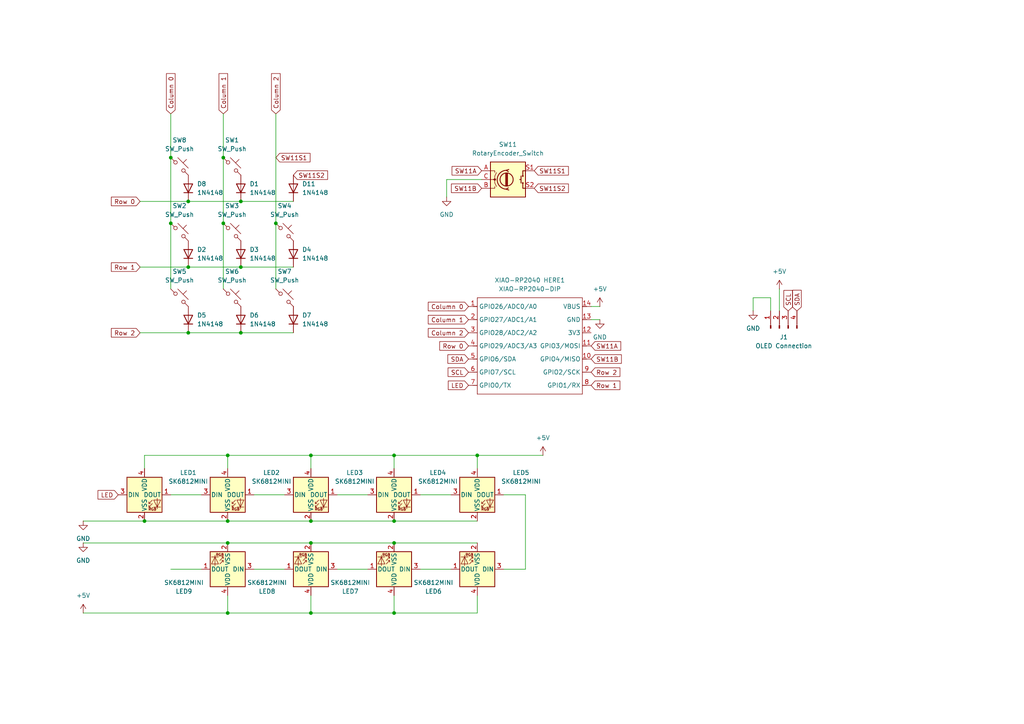
<source format=kicad_sch>
(kicad_sch (version 20250114) (generator "eeschema") (generator_version "9.0")
  (paper "A4")
  (lib_symbols
    (symbol "Connector:Conn_01x04_Pin" (pin_names (offset 1.016) (hide yes))
      (property "Reference" "J" (at 0 5.08 0))
      (property "Value" "Conn_01x04_Pin" (at 0 -7.62 0))
      (symbol "Conn_01x04_Pin_1_1"
        (rectangle (start 0.8636 2.667) (end 0 2.413) (stroke (width 0.1524)) (fill (type outline)))
        (rectangle (start 0.8636 0.127) (end 0 -0.127) (stroke (width 0.1524)) (fill (type outline)))
        (rectangle (start 0.8636 -2.413) (end 0 -2.667) (stroke (width 0.1524)) (fill (type outline)))
        (rectangle (start 0.8636 -4.953) (end 0 -5.207) (stroke (width 0.1524)) (fill (type outline)))
        (polyline (pts (xy 1.27 2.54) (xy 0.8636 2.54)) (stroke (width 0.1524)))
        (polyline (pts (xy 1.27 0) (xy 0.8636 0)) (stroke (width 0.1524)))
        (polyline (pts (xy 1.27 -2.54) (xy 0.8636 -2.54)) (stroke (width 0.1524)))
        (polyline (pts (xy 1.27 -5.08) (xy 0.8636 -5.08)) (stroke (width 0.1524)))
        (pin passive line (at 5.08 2.54 180) (length 3.81) (name "Pin_1") (number "1"))
        (pin passive line (at 5.08 0 180) (length 3.81) (name "Pin_2") (number "2"))
        (pin passive line (at 5.08 -2.54 180) (length 3.81) (name "Pin_3") (number "3"))
        (pin passive line (at 5.08 -5.08 180) (length 3.81) (name "Pin_4") (number "4"))
      )
    )
    (symbol "Device:RotaryEncoder_Switch" (pin_names (offset 0.254) (hide yes))
      (property "Reference" "SW" (at 0 6.604 0))
      (property "Value" "RotaryEncoder_Switch" (at 0 -6.604 0))
      (symbol "RotaryEncoder_Switch_0_1"
        (rectangle (start -5.08 5.08) (end 5.08 -5.08) (stroke (width 0.254)) (fill (type background)))
        (polyline (pts (xy -5.08 2.54) (xy -3.81 2.54) (xy -3.81 2.032)))
        (polyline (pts (xy -5.08 0) (xy -3.81 0) (xy -3.81 -1.016) (xy -3.302 -2.032)))
        (polyline (pts (xy -5.08 -2.54) (xy -3.81 -2.54) (xy -3.81 -2.032)))
        (polyline (pts (xy -4.318 0) (xy -3.81 0) (xy -3.81 1.016) (xy -3.302 2.032)))
        (circle (center -3.81 0) (radius 0.254) (fill (type outline)))
        (polyline (pts (xy -0.635 -1.778) (xy -0.635 1.778)) (stroke (width 0.254)))
        (circle (center -0.381 0) (radius 1.905) (stroke (width 0.254)))
        (polyline (pts (xy -0.381 -1.778) (xy -0.381 1.778)) (stroke (width 0.254)))
        (arc (start -0.381 -2.794) (mid -3.0988 -0.0635) (end -0.381 2.667) (stroke (width 0.254)))
        (polyline (pts (xy -0.127 1.778) (xy -0.127 -1.778)) (stroke (width 0.254)))
        (polyline (pts (xy 0.254 2.921) (xy -0.508 2.667) (xy 0.127 2.286)) (stroke (width 0.254)))
        (polyline (pts (xy 0.254 -3.048) (xy -0.508 -2.794) (xy 0.127 -2.413)) (stroke (width 0.254)))
        (polyline (pts (xy 3.81 1.016) (xy 3.81 -1.016)) (stroke (width 0.254)))
        (polyline (pts (xy 3.81 0) (xy 3.429 0)) (stroke (width 0.254)))
        (circle (center 4.318 1.016) (radius 0.127) (stroke (width 0.254)))
        (circle (center 4.318 -1.016) (radius 0.127) (stroke (width 0.254)))
        (polyline (pts (xy 5.08 2.54) (xy 4.318 2.54) (xy 4.318 1.016)) (stroke (width 0.254)))
        (polyline (pts (xy 5.08 -2.54) (xy 4.318 -2.54) (xy 4.318 -1.016)) (stroke (width 0.254)))
      )
      (symbol "RotaryEncoder_Switch_1_1"
        (pin passive line (at -7.62 2.54 0) (length 2.54) (name "A") (number "A"))
        (pin passive line (at -7.62 0 0) (length 2.54) (name "C") (number "C"))
        (pin passive line (at -7.62 -2.54 0) (length 2.54) (name "B") (number "B"))
        (pin passive line (at 7.62 2.54 180) (length 2.54) (name "S1") (number "S1"))
        (pin passive line (at 7.62 -2.54 180) (length 2.54) (name "S2") (number "S2"))
      )
    )
    (symbol "Diode:1N4148" (pin_numbers (hide yes)) (pin_names (hide yes))
      (property "Reference" "D" (at 0 2.54 0))
      (property "Value" "1N4148" (at 0 -2.54 0))
      (symbol "1N4148_0_1"
        (polyline (pts (xy -1.27 1.27) (xy -1.27 -1.27)) (stroke (width 0.254)))
        (polyline (pts (xy 1.27 1.27) (xy 1.27 -1.27) (xy -1.27 0) (xy 1.27 1.27)) (stroke (width 0.254)))
        (polyline (pts (xy 1.27 0) (xy -1.27 0)))
      )
      (symbol "1N4148_1_1"
        (pin passive line (at -3.81 0 0) (length 2.54) (name "K") (number "1"))
        (pin passive line (at 3.81 0 180) (length 2.54) (name "A") (number "2"))
      )
    )
    (symbol "LED:SK6812MINI" (pin_names (offset 0.254))
      (property "Reference" "D" (at 5.08 5.715 0))
      (property "Value" "SK6812MINI" (at 1.27 -5.715 0))
      (symbol "SK6812MINI_0_0"
        (text "RGB" (at 2.286 -4.191 0) (effects (font (size 0.762 0.762))))
      )
      (symbol "SK6812MINI_0_1"
        (polyline (pts (xy 1.27 -2.54) (xy 1.778 -2.54)))
        (polyline (pts (xy 1.27 -3.556) (xy 1.778 -3.556)))
        (polyline (pts (xy 2.286 -1.524) (xy 1.27 -2.54) (xy 1.27 -2.032)))
        (polyline (pts (xy 2.286 -2.54) (xy 1.27 -3.556) (xy 1.27 -3.048)))
        (polyline (pts (xy 3.683 -1.016) (xy 3.683 -3.556) (xy 3.683 -4.064)))
        (polyline (pts (xy 4.699 -1.524) (xy 2.667 -1.524) (xy 3.683 -3.556) (xy 4.699 -1.524)))
        (polyline (pts (xy 4.699 -3.556) (xy 2.667 -3.556)))
        (rectangle (start 5.08 5.08) (end -5.08 -5.08) (stroke (width 0.254)) (fill (type background)))
      )
      (symbol "SK6812MINI_1_1"
        (pin input line (at -7.62 0 0) (length 2.54) (name "DIN") (number "3"))
        (pin power_in line (at 0 7.62 270) (length 2.54) (name "VDD") (number "4"))
        (pin power_in line (at 0 -7.62 90) (length 2.54) (name "VSS") (number "2"))
        (pin output line (at 7.62 0 180) (length 2.54) (name "DOUT") (number "1"))
      )
    )
    (symbol "OPL:XIAO-RP2040-DIP"
      (property "Reference" "U" (at 0 0 0))
      (property "Value" "XIAO-RP2040-DIP" (at 5.334 -1.778 0))
      (symbol "XIAO-RP2040-DIP_1_0"
        (polyline (pts (xy -1.27 -2.54) (xy 29.21 -2.54)) (stroke (width 0.1524)))
        (polyline (pts (xy -1.27 -5.08) (xy -2.54 -5.08)) (stroke (width 0.1524)))
        (polyline (pts (xy -1.27 -5.08) (xy -1.27 -2.54)) (stroke (width 0.1524)))
        (polyline (pts (xy -1.27 -8.89) (xy -2.54 -8.89)) (stroke (width 0.1524)))
        (polyline (pts (xy -1.27 -8.89) (xy -1.27 -5.08)) (stroke (width 0.1524)))
        (polyline (pts (xy -1.27 -12.7) (xy -2.54 -12.7)) (stroke (width 0.1524)))
        (polyline (pts (xy -1.27 -12.7) (xy -1.27 -8.89)) (stroke (width 0.1524)))
        (polyline (pts (xy -1.27 -16.51) (xy -2.54 -16.51)) (stroke (width 0.1524)))
        (polyline (pts (xy -1.27 -16.51) (xy -1.27 -12.7)) (stroke (width 0.1524)))
        (polyline (pts (xy -1.27 -20.32) (xy -2.54 -20.32)) (stroke (width 0.1524)))
        (polyline (pts (xy -1.27 -24.13) (xy -2.54 -24.13)) (stroke (width 0.1524)))
        (polyline (pts (xy -1.27 -27.94) (xy -2.54 -27.94)) (stroke (width 0.1524)))
        (polyline (pts (xy -1.27 -30.48) (xy -1.27 -16.51)) (stroke (width 0.1524)))
        (polyline (pts (xy 29.21 -2.54) (xy 29.21 -5.08)) (stroke (width 0.1524)))
        (polyline (pts (xy 29.21 -5.08) (xy 29.21 -8.89)) (stroke (width 0.1524)))
        (polyline (pts (xy 29.21 -8.89) (xy 29.21 -12.7)) (stroke (width 0.1524)))
        (polyline (pts (xy 29.21 -12.7) (xy 29.21 -30.48)) (stroke (width 0.1524)))
        (polyline (pts (xy 29.21 -30.48) (xy -1.27 -30.48)) (stroke (width 0.1524)))
        (polyline (pts (xy 30.48 -5.08) (xy 29.21 -5.08)) (stroke (width 0.1524)))
        (polyline (pts (xy 30.48 -8.89) (xy 29.21 -8.89)) (stroke (width 0.1524)))
        (polyline (pts (xy 30.48 -12.7) (xy 29.21 -12.7)) (stroke (width 0.1524)))
        (polyline (pts (xy 30.48 -16.51) (xy 29.21 -16.51)) (stroke (width 0.1524)))
        (polyline (pts (xy 30.48 -20.32) (xy 29.21 -20.32)) (stroke (width 0.1524)))
        (polyline (pts (xy 30.48 -24.13) (xy 29.21 -24.13)) (stroke (width 0.1524)))
        (polyline (pts (xy 30.48 -27.94) (xy 29.21 -27.94)) (stroke (width 0.1524)))
        (pin passive line (at -3.81 -5.08 0) (length 2.54) (name "GPIO26/ADC0/A0") (number "1"))
        (pin passive line (at -3.81 -8.89 0) (length 2.54) (name "GPIO27/ADC1/A1") (number "2"))
        (pin passive line (at -3.81 -12.7 0) (length 2.54) (name "GPIO28/ADC2/A2") (number "3"))
        (pin passive line (at -3.81 -16.51 0) (length 2.54) (name "GPIO29/ADC3/A3") (number "4"))
        (pin passive line (at -3.81 -20.32 0) (length 2.54) (name "GPIO6/SDA") (number "5"))
        (pin passive line (at -3.81 -24.13 0) (length 2.54) (name "GPIO7/SCL") (number "6"))
        (pin passive line (at -3.81 -27.94 0) (length 2.54) (name "GPIO0/TX") (number "7"))
        (pin passive line (at 31.75 -5.08 180) (length 2.54) (name "VBUS") (number "14"))
        (pin passive line (at 31.75 -8.89 180) (length 2.54) (name "GND") (number "13"))
        (pin passive line (at 31.75 -12.7 180) (length 2.54) (name "3V3") (number "12"))
        (pin passive line (at 31.75 -16.51 180) (length 2.54) (name "GPIO3/MOSI") (number "11"))
        (pin passive line (at 31.75 -20.32 180) (length 2.54) (name "GPIO4/MISO") (number "10"))
        (pin passive line (at 31.75 -24.13 180) (length 2.54) (name "GPIO2/SCK") (number "9"))
        (pin passive line (at 31.75 -27.94 180) (length 2.54) (name "GPIO1/RX") (number "8"))
      )
    )
    (symbol "Switch:SW_Push_45deg" (pin_numbers (hide yes)) (pin_names (offset 1.016) (hide yes))
      (property "Reference" "SW" (at 3.048 1.016 0))
      (property "Value" "SW_Push_45deg" (at 0 -3.81 0))
      (symbol "SW_Push_45deg_0_1"
        (polyline (pts (xy -2.54 2.54) (xy -1.524 1.524) (xy -1.524 1.524)))
        (circle (center -1.1684 1.1684) (radius 0.508))
        (polyline (pts (xy -0.508 2.54) (xy 2.54 -0.508)))
        (polyline (pts (xy 1.016 1.016) (xy 2.032 2.032)))
        (circle (center 1.143 -1.1938) (radius 0.508))
        (polyline (pts (xy 1.524 -1.524) (xy 2.54 -2.54) (xy 2.54 -2.54) (xy 2.54 -2.54)))
        (pin passive line (at -2.54 2.54 0) (length 0) (name "1") (number "1"))
        (pin passive line (at 2.54 -2.54 180) (length 0) (name "2") (number "2"))
      )
    )
    (symbol "power:+5V" (power) (pin_numbers (hide yes)) (pin_names (offset 0) (hide yes))
      (property "Value" "+5V" (at 0 3.556 0))
      (symbol "+5V_0_1"
        (polyline (pts (xy -0.762 1.27) (xy 0 2.54)))
        (polyline (pts (xy 0 2.54) (xy 0.762 1.27)))
        (polyline (pts (xy 0 0) (xy 0 2.54)))
      )
      (symbol "+5V_1_1"
        (pin power_in line (at 0 0 90) (length 0) (name "~") (number "1"))
      )
    )
    (symbol "power:GND" (power) (pin_numbers (hide yes)) (pin_names (offset 0) (hide yes))
      (property "Value" "GND" (at 0 -3.81 0))
      (symbol "GND_0_1"
        (polyline (pts (xy 0 0) (xy 0 -1.27) (xy 1.27 -1.27) (xy 0 -2.54) (xy -1.27 -1.27) (xy 0 -1.27)))
      )
      (symbol "GND_1_1"
        (pin power_in line (at 0 0 270) (length 0) (name "~") (number "1"))
      )
    )
  )
  (junction (at 90.17 151.13))
  (junction (at 54.61 77.47))
  (junction (at 114.3 132.08))
  (junction (at 49.53 45.72))
  (junction (at 114.3 151.13))
  (junction (at 66.04 132.08))
  (junction (at 69.85 96.52))
  (junction (at 69.85 58.42))
  (junction (at 66.04 157.48))
  (junction (at 69.85 77.47))
  (junction (at 41.91 151.13))
  (junction (at 54.61 96.52))
  (junction (at 90.17 132.08))
  (junction (at 114.3 157.48))
  (junction (at 90.17 157.48))
  (junction (at 66.04 177.8))
  (junction (at 90.17 177.8))
  (junction (at 114.3 177.8))
  (junction (at 64.77 64.77))
  (junction (at 49.53 64.77))
  (junction (at 80.01 64.77))
  (junction (at 66.04 151.13))
  (junction (at 64.77 45.72))
  (junction (at 54.61 58.42))
  (junction (at 138.43 132.08))
  (wire (pts (xy 54.61 58.42) (xy 69.85 58.42)))
  (wire (pts (xy 90.17 132.08) (xy 90.17 135.89)))
  (wire (pts (xy 69.85 96.52) (xy 85.09 96.52)))
  (wire (pts (xy 49.53 33.02) (xy 49.53 45.72)))
  (wire (pts (xy 90.17 172.72) (xy 90.17 177.8)))
  (wire (pts (xy 146.05 143.51) (xy 152.4 143.51)))
  (wire (pts (xy 24.13 151.13) (xy 41.91 151.13)))
  (wire (pts (xy 138.43 177.8) (xy 138.43 172.72)))
  (wire (pts (xy 226.06 83.82) (xy 226.06 90.17)))
  (wire (pts (xy 41.91 151.13) (xy 66.04 151.13)))
  (wire (pts (xy 114.3 132.08) (xy 138.43 132.08)))
  (wire (pts (xy 173.99 88.9) (xy 171.45 88.9)))
  (wire (pts (xy 223.52 86.36) (xy 223.52 90.17)))
  (wire (pts (xy 114.3 151.13) (xy 138.43 151.13)))
  (wire (pts (xy 24.13 177.8) (xy 66.04 177.8)))
  (wire (pts (xy 49.53 45.72) (xy 49.53 64.77)))
  (wire (pts (xy 40.64 58.42) (xy 54.61 58.42)))
  (wire (pts (xy 138.43 132.08) (xy 157.48 132.08)))
  (wire (pts (xy 114.3 157.48) (xy 138.43 157.48)))
  (wire (pts (xy 97.79 143.51) (xy 106.68 143.51)))
  (wire (pts (xy 69.85 58.42) (xy 85.09 58.42)))
  (wire (pts (xy 97.79 165.1) (xy 106.68 165.1)))
  (wire (pts (xy 40.64 96.52) (xy 54.61 96.52)))
  (wire (pts (xy 114.3 132.08) (xy 114.3 135.89)))
  (wire (pts (xy 64.77 33.02) (xy 64.77 45.72)))
  (wire (pts (xy 49.53 64.77) (xy 49.53 83.82)))
  (wire (pts (xy 54.61 77.47) (xy 69.85 77.47)))
  (wire (pts (xy 54.61 96.52) (xy 69.85 96.52)))
  (wire (pts (xy 64.77 64.77) (xy 64.77 83.82)))
  (wire (pts (xy 218.44 90.17) (xy 218.44 86.36)))
  (wire (pts (xy 171.45 92.71) (xy 173.99 92.71)))
  (wire (pts (xy 41.91 132.08) (xy 41.91 135.89)))
  (wire (pts (xy 90.17 151.13) (xy 114.3 151.13)))
  (wire (pts (xy 49.53 143.51) (xy 58.42 143.51)))
  (wire (pts (xy 49.53 165.1) (xy 58.42 165.1)))
  (wire (pts (xy 139.7 52.07) (xy 129.54 52.07)))
  (wire (pts (xy 69.85 77.47) (xy 85.09 77.47)))
  (wire (pts (xy 114.3 172.72) (xy 114.3 177.8)))
  (wire (pts (xy 24.13 157.48) (xy 66.04 157.48)))
  (wire (pts (xy 121.92 143.51) (xy 130.81 143.51)))
  (wire (pts (xy 80.01 33.02) (xy 80.01 64.77)))
  (wire (pts (xy 66.04 132.08) (xy 66.04 135.89)))
  (wire (pts (xy 218.44 86.36) (xy 223.52 86.36)))
  (wire (pts (xy 73.66 143.51) (xy 82.55 143.51)))
  (wire (pts (xy 138.43 132.08) (xy 138.43 135.89)))
  (wire (pts (xy 41.91 132.08) (xy 66.04 132.08)))
  (wire (pts (xy 66.04 177.8) (xy 90.17 177.8)))
  (wire (pts (xy 114.3 177.8) (xy 138.43 177.8)))
  (wire (pts (xy 66.04 157.48) (xy 90.17 157.48)))
  (wire (pts (xy 64.77 45.72) (xy 64.77 64.77)))
  (wire (pts (xy 90.17 157.48) (xy 114.3 157.48)))
  (wire (pts (xy 129.54 52.07) (xy 129.54 57.15)))
  (wire (pts (xy 121.92 165.1) (xy 130.81 165.1)))
  (wire (pts (xy 80.01 64.77) (xy 80.01 83.82)))
  (wire (pts (xy 90.17 132.08) (xy 114.3 132.08)))
  (wire (pts (xy 90.17 177.8) (xy 114.3 177.8)))
  (wire (pts (xy 40.64 77.47) (xy 54.61 77.47)))
  (wire (pts (xy 66.04 151.13) (xy 90.17 151.13)))
  (wire (pts (xy 73.66 165.1) (xy 82.55 165.1)))
  (wire (pts (xy 152.4 165.1) (xy 146.05 165.1)))
  (wire (pts (xy 66.04 172.72) (xy 66.04 177.8)))
  (wire (pts (xy 152.4 143.51) (xy 152.4 165.1)))
  (wire (pts (xy 66.04 132.08) (xy 90.17 132.08)))
  (global_label "Column 1" (shape input) (at 64.77 33.02 90) (property "Intersheetrefs" "${INTERSHEET_REFS}" (effects (hide yes))))
  (global_label "Column 0" (shape input) (at 135.89 88.9 180) (property "Intersheetrefs" "${INTERSHEET_REFS}" (effects (hide yes))))
  (global_label "SW11A" (shape input) (at 171.45 100.33 0) (property "Intersheetrefs" "${INTERSHEET_REFS}" (effects (hide yes))))
  (global_label "Column 2" (shape input) (at 135.89 96.52 180) (property "Intersheetrefs" "${INTERSHEET_REFS}" (effects (hide yes))))
  (global_label "SCL" (shape input) (at 228.6 90.17 90) (property "Intersheetrefs" "${INTERSHEET_REFS}" (effects (hide yes))))
  (global_label "SW11A" (shape input) (at 139.7 49.53 180) (property "Intersheetrefs" "${INTERSHEET_REFS}" (effects (hide yes))))
  (global_label "Row 0" (shape input) (at 40.64 58.42 180) (property "Intersheetrefs" "${INTERSHEET_REFS}" (effects (hide yes))))
  (global_label "SW11B" (shape input) (at 171.45 104.14 0) (property "Intersheetrefs" "${INTERSHEET_REFS}" (effects (hide yes))))
  (global_label "SW11S1" (shape input) (at 154.94 49.53 0) (property "Intersheetrefs" "${INTERSHEET_REFS}" (effects (hide yes))))
  (global_label "SW11S2" (shape input) (at 85.09 50.8 0) (property "Intersheetrefs" "${INTERSHEET_REFS}" (effects (hide yes))))
  (global_label "Row 1" (shape input) (at 40.64 77.47 180) (property "Intersheetrefs" "${INTERSHEET_REFS}" (effects (hide yes))))
  (global_label "LED" (shape input) (at 34.29 143.51 180) (property "Intersheetrefs" "${INTERSHEET_REFS}" (effects (hide yes))))
  (global_label "SCL" (shape input) (at 135.89 107.95 180) (property "Intersheetrefs" "${INTERSHEET_REFS}" (effects (hide yes))))
  (global_label "SW11S2" (shape input) (at 154.94 54.61 0) (property "Intersheetrefs" "${INTERSHEET_REFS}" (effects (hide yes))))
  (global_label "SDA" (shape input) (at 231.14 90.17 90) (property "Intersheetrefs" "${INTERSHEET_REFS}" (effects (hide yes))))
  (global_label "SW11B" (shape input) (at 139.7 54.61 180) (property "Intersheetrefs" "${INTERSHEET_REFS}" (effects (hide yes))))
  (global_label "LED" (shape input) (at 135.89 111.76 180) (property "Intersheetrefs" "${INTERSHEET_REFS}" (effects (hide yes))))
  (global_label "Column 0" (shape input) (at 49.53 33.02 90) (property "Intersheetrefs" "${INTERSHEET_REFS}" (effects (hide yes))))
  (global_label "Column 1" (shape input) (at 135.89 92.71 180) (property "Intersheetrefs" "${INTERSHEET_REFS}" (effects (hide yes))))
  (global_label "SW11S1" (shape input) (at 80.01 45.72 0) (property "Intersheetrefs" "${INTERSHEET_REFS}" (effects (hide yes))))
  (global_label "Row 2" (shape input) (at 40.64 96.52 180) (property "Intersheetrefs" "${INTERSHEET_REFS}" (effects (hide yes))))
  (global_label "Column 2" (shape input) (at 80.01 33.02 90) (property "Intersheetrefs" "${INTERSHEET_REFS}" (effects (hide yes))))
  (global_label "Row 2" (shape input) (at 171.45 107.95 0) (property "Intersheetrefs" "${INTERSHEET_REFS}" (effects (hide yes))))
  (global_label "Row 0" (shape input) (at 135.89 100.33 180) (property "Intersheetrefs" "${INTERSHEET_REFS}" (effects (hide yes))))
  (global_label "SDA" (shape input) (at 135.89 104.14 180) (property "Intersheetrefs" "${INTERSHEET_REFS}" (effects (hide yes))))
  (global_label "Row 1" (shape input) (at 171.45 111.76 0) (property "Intersheetrefs" "${INTERSHEET_REFS}" (effects (hide yes))))
  (symbol (lib_id "Switch:SW_Push_45deg") (at 67.31 86.36 0) (unit 1)
    (property "Reference" "SW6" (at 67.31 78.74 0))
    (property "Value" "SW_Push" (at 67.31 81.28 0))
    (property "Footprint" "3D_Model_Footprints:SW_Cherry_MX_1.00ul" (effects (hide yes)))
    (property "Description" "Push button switch, normally open, two pins, 45° tilted" (effects (hide yes)))
  )
  (symbol (lib_id "Diode:1N4148") (at 54.61 73.66 90) (unit 1)
    (property "Reference" "D2" (at 57.15 72.3899 90) (effects (justify right)))
    (property "Value" "1N4148" (at 57.15 74.9299 90) (effects (justify right)))
    (property "Footprint" "Diode_THT:D_DO-35_SOD27_P7.62mm_Horizontal" (effects (hide yes)))
    (property "Datasheet" "https://assets.nexperia.com/documents/data-sheet/1N4148_1N4448.pdf" (effects (hide yes)))
    (property "Description" "100V 0.15A standard switching diode, DO-35" (effects (hide yes)))
    (property "Sim.Device" "D" (effects (hide yes)))
    (property "Sim.Pins" "1=K 2=A" (effects (hide yes)))
  )
  (symbol (lib_id "power:+5V") (at 157.48 132.08 0) (unit 1)
    (property "Reference" "#PWR07" (effects (hide yes)))
    (property "Value" "+5V" (at 157.48 127 0))
    (property "Description" "Power symbol creates a global label with name \"+5V\"" (effects (hide yes)))
  )
  (symbol (lib_id "LED:SK6812MINI") (at 138.43 143.51 0) (unit 1)
    (property "Reference" "LED5" (at 151.13 137.0898 0))
    (property "Value" "SK6812MINI" (at 151.13 139.6298 0))
    (property "Footprint" "3D_Model_Footprints:LED_SK6812MINI" (effects (hide yes)))
    (property "Datasheet" "https://cdn-shop.adafruit.com/product-files/2686/SK6812MINI_REV.01-1-2.pdf" (effects (hide yes)))
    (property "Description" "RGB LED with integrated controller" (effects (hide yes)))
  )
  (symbol (lib_id "power:GND") (at 218.44 90.17 0) (unit 1)
    (property "Reference" "#PWR01" (effects (hide yes)))
    (property "Value" "GND" (at 218.44 95.25 0))
    (property "Description" "Power symbol creates a global label with name \"GND\" , ground" (effects (hide yes)))
  )
  (symbol (lib_id "power:GND") (at 24.13 157.48 0) (unit 1)
    (property "Reference" "#PWR010" (effects (hide yes)))
    (property "Value" "GND" (at 24.13 162.56 0))
    (property "Description" "Power symbol creates a global label with name \"GND\" , ground" (effects (hide yes)))
  )
  (symbol (lib_id "Diode:1N4148") (at 54.61 92.71 90) (unit 1)
    (property "Reference" "D5" (at 57.15 91.4399 90) (effects (justify right)))
    (property "Value" "1N4148" (at 57.15 93.9799 90) (effects (justify right)))
    (property "Footprint" "Diode_THT:D_DO-35_SOD27_P7.62mm_Horizontal" (effects (hide yes)))
    (property "Datasheet" "https://assets.nexperia.com/documents/data-sheet/1N4148_1N4448.pdf" (effects (hide yes)))
    (property "Description" "100V 0.15A standard switching diode, DO-35" (effects (hide yes)))
    (property "Sim.Device" "D" (effects (hide yes)))
    (property "Sim.Pins" "1=K 2=A" (effects (hide yes)))
  )
  (symbol (lib_id "LED:SK6812MINI") (at 114.3 143.51 0) (unit 1)
    (property "Reference" "LED4" (at 127 137.0898 0))
    (property "Value" "SK6812MINI" (at 127 139.6298 0))
    (property "Footprint" "3D_Model_Footprints:LED_SK6812MINI" (effects (hide yes)))
    (property "Datasheet" "https://cdn-shop.adafruit.com/product-files/2686/SK6812MINI_REV.01-1-2.pdf" (effects (hide yes)))
    (property "Description" "RGB LED with integrated controller" (effects (hide yes)))
  )
  (symbol (lib_id "Device:RotaryEncoder_Switch") (at 147.32 52.07 0) (unit 1)
    (property "Reference" "SW11" (at 147.32 41.91 0))
    (property "Value" "RotaryEncoder_Switch" (at 147.32 44.45 0))
    (property "Footprint" "3D_Model_Footprints:RotaryEncoder_Alps_EC11E-Switch" (effects (hide yes)))
    (property "Description" "Rotary encoder, dual channel, incremental quadrate outputs, with switch" (effects (hide yes)))
  )
  (symbol (lib_id "power:+5V") (at 173.99 88.9 0) (unit 1)
    (property "Reference" "#PWR02" (effects (hide yes)))
    (property "Value" "+5V" (at 173.99 83.82 0))
    (property "Description" "Power symbol creates a global label with name \"+5V\"" (effects (hide yes)))
  )
  (symbol (lib_id "Diode:1N4148") (at 85.09 54.61 90) (unit 1)
    (property "Reference" "D11" (at 87.63 53.3399 90) (effects (justify right)))
    (property "Value" "1N4148" (at 87.63 55.8799 90) (effects (justify right)))
    (property "Footprint" "Diode_THT:D_DO-35_SOD27_P7.62mm_Horizontal" (effects (hide yes)))
    (property "Datasheet" "https://assets.nexperia.com/documents/data-sheet/1N4148_1N4448.pdf" (effects (hide yes)))
    (property "Description" "100V 0.15A standard switching diode, DO-35" (effects (hide yes)))
    (property "Sim.Device" "D" (effects (hide yes)))
    (property "Sim.Pins" "1=K 2=A" (effects (hide yes)))
  )
  (symbol (lib_id "power:+5V") (at 226.06 83.82 0) (unit 1)
    (property "Reference" "#PWR04" (effects (hide yes)))
    (property "Value" "+5V" (at 226.06 78.74 0))
    (property "Description" "Power symbol creates a global label with name \"+5V\"" (effects (hide yes)))
  )
  (symbol (lib_id "LED:SK6812MINI") (at 90.17 165.1 180) (unit 1)
    (property "Reference" "LED8" (at 77.47 171.5202 0))
    (property "Value" "SK6812MINI" (at 77.47 168.9802 0))
    (property "Footprint" "3D_Model_Footprints:LED_SK6812MINI" (effects (hide yes)))
    (property "Datasheet" "https://cdn-shop.adafruit.com/product-files/2686/SK6812MINI_REV.01-1-2.pdf" (effects (hide yes)))
    (property "Description" "RGB LED with integrated controller" (effects (hide yes)))
  )
  (symbol (lib_id "power:+5V") (at 24.13 177.8 0) (unit 1)
    (property "Reference" "#PWR08" (effects (hide yes)))
    (property "Value" "+5V" (at 24.13 172.72 0))
    (property "Description" "Power symbol creates a global label with name \"+5V\"" (effects (hide yes)))
  )
  (symbol (lib_id "LED:SK6812MINI") (at 114.3 165.1 180) (unit 1)
    (property "Reference" "LED7" (at 101.6 171.5202 0))
    (property "Value" "SK6812MINI" (at 101.6 168.9802 0))
    (property "Footprint" "3D_Model_Footprints:LED_SK6812MINI" (effects (hide yes)))
    (property "Datasheet" "https://cdn-shop.adafruit.com/product-files/2686/SK6812MINI_REV.01-1-2.pdf" (effects (hide yes)))
    (property "Description" "RGB LED with integrated controller" (effects (hide yes)))
  )
  (symbol (lib_id "Switch:SW_Push_45deg") (at 52.07 67.31 0) (unit 1)
    (property "Reference" "SW2" (at 52.07 59.69 0))
    (property "Value" "SW_Push" (at 52.07 62.23 0))
    (property "Footprint" "3D_Model_Footprints:SW_Cherry_MX_1.00ul" (effects (hide yes)))
    (property "Description" "Push button switch, normally open, two pins, 45° tilted" (effects (hide yes)))
  )
  (symbol (lib_id "Diode:1N4148") (at 85.09 73.66 90) (unit 1)
    (property "Reference" "D4" (at 87.63 72.3899 90) (effects (justify right)))
    (property "Value" "1N4148" (at 87.63 74.9299 90) (effects (justify right)))
    (property "Footprint" "Diode_THT:D_DO-35_SOD27_P7.62mm_Horizontal" (effects (hide yes)))
    (property "Datasheet" "https://assets.nexperia.com/documents/data-sheet/1N4148_1N4448.pdf" (effects (hide yes)))
    (property "Description" "100V 0.15A standard switching diode, DO-35" (effects (hide yes)))
    (property "Sim.Device" "D" (effects (hide yes)))
    (property "Sim.Pins" "1=K 2=A" (effects (hide yes)))
  )
  (symbol (lib_id "LED:SK6812MINI") (at 66.04 165.1 180) (unit 1)
    (property "Reference" "LED9" (at 53.34 171.5202 0))
    (property "Value" "SK6812MINI" (at 53.34 168.9802 0))
    (property "Footprint" "3D_Model_Footprints:LED_SK6812MINI" (effects (hide yes)))
    (property "Datasheet" "https://cdn-shop.adafruit.com/product-files/2686/SK6812MINI_REV.01-1-2.pdf" (effects (hide yes)))
    (property "Description" "RGB LED with integrated controller" (effects (hide yes)))
  )
  (symbol (lib_id "Diode:1N4148") (at 69.85 54.61 90) (unit 1)
    (property "Reference" "D1" (at 72.39 53.3399 90) (effects (justify right)))
    (property "Value" "1N4148" (at 72.39 55.8799 90) (effects (justify right)))
    (property "Footprint" "Diode_THT:D_DO-35_SOD27_P7.62mm_Horizontal" (effects (hide yes)))
    (property "Datasheet" "https://assets.nexperia.com/documents/data-sheet/1N4148_1N4448.pdf" (effects (hide yes)))
    (property "Description" "100V 0.15A standard switching diode, DO-35" (effects (hide yes)))
    (property "Sim.Device" "D" (effects (hide yes)))
    (property "Sim.Pins" "1=K 2=A" (effects (hide yes)))
  )
  (symbol (lib_id "Switch:SW_Push_45deg") (at 67.31 48.26 0) (unit 1)
    (property "Reference" "SW1" (at 67.31 40.64 0))
    (property "Value" "SW_Push" (at 67.31 43.18 0))
    (property "Footprint" "3D_Model_Footprints:SW_Cherry_MX_1.00ul" (effects (hide yes)))
    (property "Description" "Push button switch, normally open, two pins, 45° tilted" (effects (hide yes)))
  )
  (symbol (lib_id "power:GND") (at 24.13 151.13 0) (unit 1)
    (property "Reference" "#PWR09" (effects (hide yes)))
    (property "Value" "GND" (at 24.13 156.21 0))
    (property "Description" "Power symbol creates a global label with name \"GND\" , ground" (effects (hide yes)))
  )
  (symbol (lib_id "Diode:1N4148") (at 54.61 54.61 90) (unit 1)
    (property "Reference" "D8" (at 57.15 53.3399 90) (effects (justify right)))
    (property "Value" "1N4148" (at 57.15 55.8799 90) (effects (justify right)))
    (property "Footprint" "Diode_THT:D_DO-35_SOD27_P7.62mm_Horizontal" (effects (hide yes)))
    (property "Datasheet" "https://assets.nexperia.com/documents/data-sheet/1N4148_1N4448.pdf" (effects (hide yes)))
    (property "Description" "100V 0.15A standard switching diode, DO-35" (effects (hide yes)))
    (property "Sim.Device" "D" (effects (hide yes)))
    (property "Sim.Pins" "1=K 2=A" (effects (hide yes)))
  )
  (symbol (lib_id "Switch:SW_Push_45deg") (at 82.55 67.31 0) (unit 1)
    (property "Reference" "SW4" (at 82.55 59.69 0))
    (property "Value" "SW_Push" (at 82.55 62.23 0))
    (property "Footprint" "3D_Model_Footprints:SW_Cherry_MX_1.00ul" (effects (hide yes)))
    (property "Description" "Push button switch, normally open, two pins, 45° tilted" (effects (hide yes)))
  )
  (symbol (lib_id "power:GND") (at 173.99 92.71 0) (unit 1)
    (property "Reference" "#PWR03" (effects (hide yes)))
    (property "Value" "GND" (at 173.99 97.79 0))
    (property "Description" "Power symbol creates a global label with name \"GND\" , ground" (effects (hide yes)))
  )
  (symbol (lib_id "Switch:SW_Push_45deg") (at 52.07 48.26 0) (unit 1)
    (property "Reference" "SW8" (at 52.07 40.64 0))
    (property "Value" "SW_Push" (at 52.07 43.18 0))
    (property "Footprint" "3D_Model_Footprints:SW_Cherry_MX_1.00ul" (effects (hide yes)))
    (property "Description" "Push button switch, normally open, two pins, 45° tilted" (effects (hide yes)))
  )
  (symbol (lib_id "LED:SK6812MINI") (at 41.91 143.51 0) (unit 1)
    (property "Reference" "LED1" (at 54.61 137.0898 0))
    (property "Value" "SK6812MINI" (at 54.61 139.6298 0))
    (property "Footprint" "3D_Model_Footprints:LED_SK6812MINI" (effects (hide yes)))
    (property "Datasheet" "https://cdn-shop.adafruit.com/product-files/2686/SK6812MINI_REV.01-1-2.pdf" (effects (hide yes)))
    (property "Description" "RGB LED with integrated controller" (effects (hide yes)))
  )
  (symbol (lib_id "Diode:1N4148") (at 69.85 73.66 90) (unit 1)
    (property "Reference" "D3" (at 72.39 72.3899 90) (effects (justify right)))
    (property "Value" "1N4148" (at 72.39 74.9299 90) (effects (justify right)))
    (property "Footprint" "Diode_THT:D_DO-35_SOD27_P7.62mm_Horizontal" (effects (hide yes)))
    (property "Datasheet" "https://assets.nexperia.com/documents/data-sheet/1N4148_1N4448.pdf" (effects (hide yes)))
    (property "Description" "100V 0.15A standard switching diode, DO-35" (effects (hide yes)))
    (property "Sim.Device" "D" (effects (hide yes)))
    (property "Sim.Pins" "1=K 2=A" (effects (hide yes)))
  )
  (symbol (lib_id "Switch:SW_Push_45deg") (at 67.31 67.31 0) (unit 1)
    (property "Reference" "SW3" (at 67.31 59.69 0))
    (property "Value" "SW_Push" (at 67.31 62.23 0))
    (property "Footprint" "3D_Model_Footprints:SW_Cherry_MX_1.00ul" (effects (hide yes)))
    (property "Description" "Push button switch, normally open, two pins, 45° tilted" (effects (hide yes)))
  )
  (symbol (lib_id "LED:SK6812MINI") (at 90.17 143.51 0) (unit 1)
    (property "Reference" "LED3" (at 102.87 137.0898 0))
    (property "Value" "SK6812MINI" (at 102.87 139.6298 0))
    (property "Footprint" "3D_Model_Footprints:LED_SK6812MINI" (effects (hide yes)))
    (property "Datasheet" "https://cdn-shop.adafruit.com/product-files/2686/SK6812MINI_REV.01-1-2.pdf" (effects (hide yes)))
    (property "Description" "RGB LED with integrated controller" (effects (hide yes)))
  )
  (symbol (lib_id "LED:SK6812MINI") (at 66.04 143.51 0) (unit 1)
    (property "Reference" "LED2" (at 78.74 137.0898 0))
    (property "Value" "SK6812MINI" (at 78.74 139.6298 0))
    (property "Footprint" "3D_Model_Footprints:LED_SK6812MINI" (effects (hide yes)))
    (property "Datasheet" "https://cdn-shop.adafruit.com/product-files/2686/SK6812MINI_REV.01-1-2.pdf" (effects (hide yes)))
    (property "Description" "RGB LED with integrated controller" (effects (hide yes)))
  )
  (symbol (lib_id "Connector:Conn_01x04_Pin") (at 226.06 95.25 90) (unit 1)
    (property "Reference" "J1" (at 227.33 97.79 90))
    (property "Value" "OLED Connection" (at 227.33 100.33 90))
    (property "Footprint" "3D_Model_Footprints:0.91-OLED-4pin" (effects (hide yes)))
    (property "Description" "Generic connector, single row, 01x04, script generated" (effects (hide yes)))
  )
  (symbol (lib_id "Switch:SW_Push_45deg") (at 82.55 86.36 0) (unit 1)
    (property "Reference" "SW7" (at 82.55 78.74 0))
    (property "Value" "SW_Push" (at 82.55 81.28 0))
    (property "Footprint" "3D_Model_Footprints:SW_Cherry_MX_1.00ul" (effects (hide yes)))
    (property "Description" "Push button switch, normally open, two pins, 45° tilted" (effects (hide yes)))
  )
  (symbol (lib_id "OPL:XIAO-RP2040-DIP") (at 139.7 83.82 0) (unit 1)
    (property "Reference" "XIAO-RP2040 HERE1" (at 153.67 81.28 0))
    (property "Value" "XIAO-RP2040-DIP" (at 153.67 83.82 0))
    (property "Footprint" "3D_Model_Footprints:XIAO-RP2040-DIP_3D_Model" (effects (hide yes)))
  )
  (symbol (lib_id "Switch:SW_Push_45deg") (at 52.07 86.36 0) (unit 1)
    (property "Reference" "SW5" (at 52.07 78.74 0))
    (property "Value" "SW_Push" (at 52.07 81.28 0))
    (property "Footprint" "3D_Model_Footprints:SW_Cherry_MX_1.00ul" (effects (hide yes)))
    (property "Description" "Push button switch, normally open, two pins, 45° tilted" (effects (hide yes)))
  )
  (symbol (lib_id "LED:SK6812MINI") (at 138.43 165.1 180) (unit 1)
    (property "Reference" "LED6" (at 125.73 171.5202 0))
    (property "Value" "SK6812MINI" (at 125.73 168.9802 0))
    (property "Footprint" "3D_Model_Footprints:LED_SK6812MINI" (effects (hide yes)))
    (property "Datasheet" "https://cdn-shop.adafruit.com/product-files/2686/SK6812MINI_REV.01-1-2.pdf" (effects (hide yes)))
    (property "Description" "RGB LED with integrated controller" (effects (hide yes)))
  )
  (symbol (lib_id "Diode:1N4148") (at 85.09 92.71 90) (unit 1)
    (property "Reference" "D7" (at 87.63 91.4399 90) (effects (justify right)))
    (property "Value" "1N4148" (at 87.63 93.9799 90) (effects (justify right)))
    (property "Footprint" "Diode_THT:D_DO-35_SOD27_P7.62mm_Horizontal" (effects (hide yes)))
    (property "Datasheet" "https://assets.nexperia.com/documents/data-sheet/1N4148_1N4448.pdf" (effects (hide yes)))
    (property "Description" "100V 0.15A standard switching diode, DO-35" (effects (hide yes)))
    (property "Sim.Device" "D" (effects (hide yes)))
    (property "Sim.Pins" "1=K 2=A" (effects (hide yes)))
  )
  (symbol (lib_id "power:GND") (at 129.54 57.15 0) (unit 1)
    (property "Reference" "#PWR05" (effects (hide yes)))
    (property "Value" "GND" (at 129.54 62.23 0))
    (property "Description" "Power symbol creates a global label with name \"GND\" , ground" (effects (hide yes)))
  )
  (symbol (lib_id "Diode:1N4148") (at 69.85 92.71 90) (unit 1)
    (property "Reference" "D6" (at 72.39 91.4399 90) (effects (justify right)))
    (property "Value" "1N4148" (at 72.39 93.9799 90) (effects (justify right)))
    (property "Footprint" "Diode_THT:D_DO-35_SOD27_P7.62mm_Horizontal" (effects (hide yes)))
    (property "Datasheet" "https://assets.nexperia.com/documents/data-sheet/1N4148_1N4448.pdf" (effects (hide yes)))
    (property "Description" "100V 0.15A standard switching diode, DO-35" (effects (hide yes)))
    (property "Sim.Device" "D" (effects (hide yes)))
    (property "Sim.Pins" "1=K 2=A" (effects (hide yes)))
  )
)
</source>
